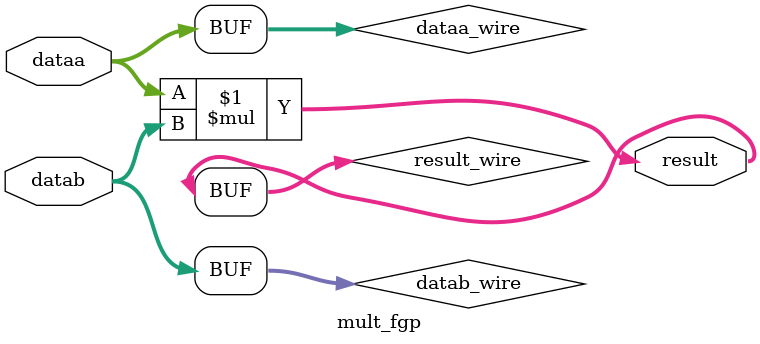
<source format=v>






//synthesis_resources = 
//synopsys translate_off
`timescale 1 ps / 1 ps
//synopsys translate_on
module  mult_fgp
	( 
	dataa,
	datab,
	result) /* synthesis synthesis_clearbox=1 */;
	input   [31:0]  dataa;
	input   [31:0]  datab;
	output   [63:0]  result;

	wire signed	[31:0]    dataa_wire;
	wire signed	[31:0]    datab_wire;
	wire signed	[63:0]    result_wire;



	assign dataa_wire = dataa;
	assign datab_wire = datab;
	assign result_wire = dataa_wire * datab_wire;
	assign result = ({result_wire[63:0]});

endmodule //mult_fgp
//VALID FILE

</source>
